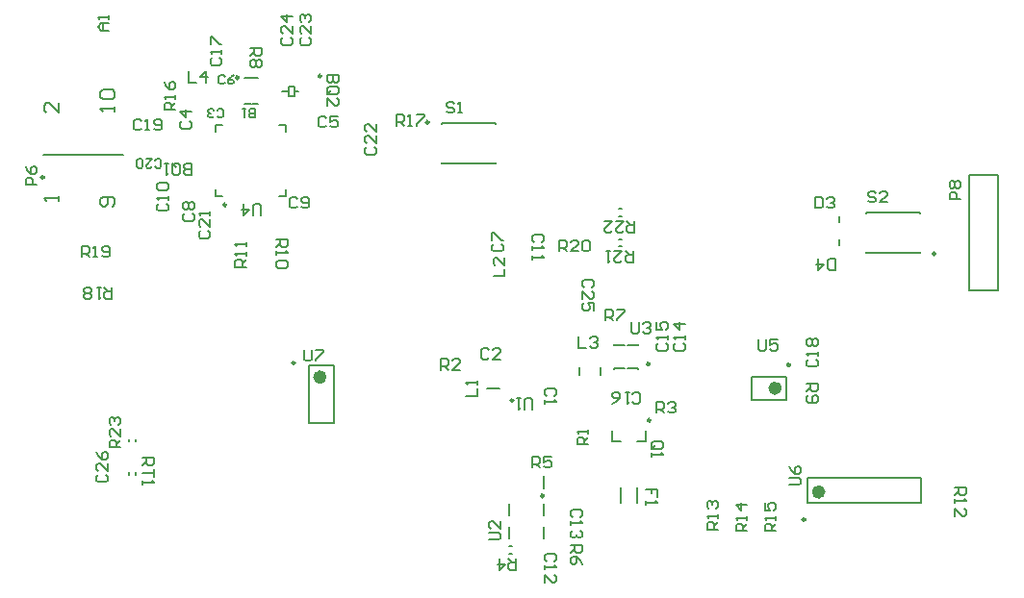
<source format=gto>
%FSLAX25Y25*%
%MOIN*%
G70*
G01*
G75*
G04 Layer_Color=65535*
%ADD10R,0.03150X0.05512*%
%ADD11R,0.02559X0.00984*%
%ADD12R,0.02362X0.04528*%
%ADD13O,0.07284X0.02362*%
%ADD14R,0.07874X0.03937*%
%ADD15R,0.17716X0.17716*%
%ADD16O,0.02559X0.00984*%
%ADD17O,0.00984X0.02559*%
%ADD18R,0.03543X0.02953*%
%ADD19R,0.05315X0.03740*%
%ADD20R,0.11811X0.00039*%
%ADD21R,0.01575X0.01575*%
%ADD22R,0.06102X0.02559*%
%ADD23O,0.00984X0.02362*%
%ADD24R,0.08268X0.05512*%
%ADD25O,0.01772X0.05118*%
%ADD26R,0.00984X0.01969*%
%ADD27R,0.05118X0.03937*%
%ADD28R,0.03937X0.03543*%
%ADD29R,0.03937X0.01378*%
%ADD30R,0.02953X0.09449*%
%ADD31O,0.02362X0.08071*%
%ADD32R,0.08071X0.03150*%
%ADD33R,0.03543X0.03150*%
%ADD34R,0.01969X0.02362*%
%ADD35R,0.03150X0.03543*%
%ADD36R,0.02362X0.01969*%
%ADD37R,0.03937X0.05118*%
%ADD38C,0.03937*%
%ADD39C,0.01000*%
%ADD40C,0.01969*%
%ADD41C,0.01181*%
%ADD42C,0.03150*%
%ADD43C,0.05906*%
%ADD44C,0.01575*%
%ADD45C,0.03937*%
%ADD46C,0.02362*%
%ADD47C,0.00787*%
G04:AMPARAMS|DCode=48|XSize=18.11mil|YSize=66.44mil|CornerRadius=0mil|HoleSize=0mil|Usage=FLASHONLY|Rotation=34.500|XOffset=0mil|YOffset=0mil|HoleType=Round|Shape=Rectangle|*
%AMROTATEDRECTD48*
4,1,4,0.01135,-0.03251,-0.02628,0.02225,-0.01135,0.03251,0.02628,-0.02225,0.01135,-0.03251,0.0*
%
%ADD48ROTATEDRECTD48*%

%ADD49R,0.01811X0.07992*%
%ADD50R,0.12598X0.05079*%
%ADD51R,0.12598X0.04764*%
%ADD52R,0.08583X0.15590*%
%ADD53R,1.00709X0.04764*%
%ADD54R,0.36142X0.03937*%
%ADD55R,0.19193X0.05079*%
%ADD56R,0.04724X0.03150*%
%ADD57R,0.03937X0.02913*%
%ADD58R,0.35500X0.02000*%
%ADD59R,0.12728X0.02500*%
%ADD60R,0.03032X0.06303*%
%ADD61R,0.05906X0.05906*%
%ADD62C,0.05906*%
%ADD63R,0.05906X0.05906*%
%ADD64C,0.11811*%
%ADD65C,0.06000*%
%ADD66C,0.02598*%
%ADD67C,0.03150*%
%ADD68C,0.07874*%
%ADD69C,0.00984*%
%ADD70C,0.00800*%
D46*
X334689Y279405D02*
G03*
X334689Y279405I-1181J0D01*
G01*
X492346Y275598D02*
G03*
X492346Y275598I-1181J0D01*
G01*
X507433Y239606D02*
G03*
X507433Y239606I-1181J0D01*
G01*
D47*
X443634Y290634D02*
Y290831D01*
X439894Y290634D02*
X443634D01*
X435366D02*
X439106D01*
X435366D02*
Y290831D01*
Y282169D02*
Y282366D01*
X439106D01*
X439894D02*
X443634D01*
Y282169D02*
Y282366D01*
X434594Y257244D02*
X437744D01*
X434594D02*
Y260787D01*
X443256Y257244D02*
X446406D01*
Y260787D01*
X329571Y263657D02*
X338429D01*
X329571Y283343D02*
X338429D01*
Y263657D02*
Y283343D01*
X329571Y263657D02*
Y283343D01*
X437646Y235941D02*
Y241059D01*
X443354Y235941D02*
Y241059D01*
X319441Y342295D02*
X321705D01*
Y344559D01*
Y364441D02*
Y366705D01*
X319441D02*
X321705D01*
X297295D02*
X299559D01*
X297295Y364441D02*
Y366705D01*
Y342295D02*
Y344559D01*
Y342295D02*
X299559D01*
X513500Y333100D02*
Y335265D01*
X375748Y353610D02*
Y353709D01*
Y353610D02*
X386083D01*
X383917D02*
X394252D01*
Y353709D01*
Y367291D02*
Y367390D01*
X383917D02*
X394252D01*
X375748D02*
X386083D01*
X375748Y367291D02*
Y367390D01*
X410906Y235405D02*
X411004D01*
X410906Y231567D02*
Y235405D01*
Y223594D02*
Y227433D01*
Y223594D02*
X411004D01*
X398996D02*
X399095D01*
Y227433D01*
Y231567D02*
Y235405D01*
X398996D02*
X399095D01*
X482898Y271465D02*
Y279535D01*
X495102Y271465D02*
Y279535D01*
X482898Y271465D02*
X495102D01*
X482898Y279535D02*
X495102D01*
X391335Y275500D02*
X395665D01*
X320449Y378402D02*
X320498Y378451D01*
X322713D01*
X324780Y378402D02*
X326157D01*
X322713Y376728D02*
X324681D01*
X322713D02*
Y380173D01*
X324681D01*
Y376728D02*
Y380173D01*
X307441Y383028D02*
X309705D01*
X309803Y383028D02*
X312067D01*
X309902Y374071D02*
X312165D01*
X307441Y374071D02*
X309705D01*
X237720Y356598D02*
X265280D01*
X237720Y356402D02*
X265280D01*
X237720D02*
Y356598D01*
X265280Y356402D02*
Y356598D01*
X541685Y235669D02*
Y244331D01*
X502315Y235669D02*
Y244331D01*
X541685D01*
X502315Y235669D02*
X541685D01*
X430642Y280122D02*
Y282878D01*
X423358Y280122D02*
Y282878D01*
X399106Y220681D02*
X399894D01*
X399106Y218319D02*
X399894D01*
X541252Y336291D02*
Y336390D01*
X530917D02*
X541252D01*
X522748D02*
X533083D01*
X522748Y336291D02*
Y336390D01*
Y322610D02*
Y322709D01*
Y322610D02*
X533083D01*
X530917D02*
X541252D01*
Y322709D01*
X267319Y245606D02*
Y246394D01*
X269681Y245606D02*
Y246394D01*
X269681Y257106D02*
Y257894D01*
X267319Y257106D02*
Y257894D01*
X437106Y337681D02*
X437894D01*
X437106Y335319D02*
X437894D01*
X437106Y327181D02*
X437894D01*
X437106Y324819D02*
X437894D01*
X411000Y240835D02*
Y245165D01*
X558500Y349500D02*
X568500D01*
Y309500D02*
Y349500D01*
X558500Y309500D02*
Y349500D01*
Y309500D02*
X568500D01*
X513500Y325100D02*
Y327265D01*
X441500Y298436D02*
Y295156D01*
X442156Y294500D01*
X443468D01*
X444124Y295156D01*
Y298436D01*
X445436Y297780D02*
X446092Y298436D01*
X447404D01*
X448060Y297780D01*
Y297124D01*
X447404Y296468D01*
X446748D01*
X447404D01*
X448060Y295812D01*
Y295156D01*
X447404Y294500D01*
X446092D01*
X445436Y295156D01*
X449156Y254376D02*
X451780D01*
X452436Y255032D01*
Y256344D01*
X451780Y257000D01*
X449156D01*
X448500Y256344D01*
Y255032D01*
X449812Y255688D02*
X448500Y254376D01*
Y255032D02*
X449156Y254376D01*
X448500Y253064D02*
Y251752D01*
Y252408D01*
X452436D01*
X451780Y253064D01*
X328000Y288936D02*
Y285656D01*
X328656Y285000D01*
X329968D01*
X330624Y285656D01*
Y288936D01*
X331936D02*
X334560D01*
Y288280D01*
X331936Y285656D01*
Y285000D01*
X450436Y237876D02*
Y240500D01*
X448468D01*
Y239188D01*
Y240500D01*
X446500D01*
Y236564D02*
Y235252D01*
Y235908D01*
X450436D01*
X449780Y236564D01*
X313000Y335564D02*
Y338844D01*
X312344Y339500D01*
X311032D01*
X310376Y338844D01*
Y335564D01*
X307096Y339500D02*
Y335564D01*
X309064Y337532D01*
X306440D01*
X505000Y341936D02*
Y338000D01*
X506968D01*
X507624Y338656D01*
Y341280D01*
X506968Y341936D01*
X505000D01*
X508936Y341280D02*
X509592Y341936D01*
X510904D01*
X511560Y341280D01*
Y340624D01*
X510904Y339968D01*
X510248D01*
X510904D01*
X511560Y339312D01*
Y338656D01*
X510904Y338000D01*
X509592D01*
X508936Y338656D01*
X289000Y349564D02*
Y353500D01*
X287032D01*
X286376Y352844D01*
Y352188D01*
X287032Y351532D01*
X289000D01*
X287032D01*
X286376Y350876D01*
Y350220D01*
X287032Y349564D01*
X289000D01*
X282440Y352844D02*
Y350220D01*
X283096Y349564D01*
X284408D01*
X285064Y350220D01*
Y352844D01*
X284408Y353500D01*
X283096D01*
X283752Y352188D02*
X282440Y353500D01*
X283096D02*
X282440Y352844D01*
X281129Y353500D02*
X279817D01*
X280473D01*
Y349564D01*
X281129Y350220D01*
X260500Y399500D02*
X257876D01*
X256564Y400812D01*
X257876Y402124D01*
X260500D01*
X258532D01*
Y399500D01*
X260500Y403436D02*
Y404748D01*
Y404092D01*
X256564D01*
X257220Y403436D01*
X380124Y374280D02*
X379468Y374936D01*
X378156D01*
X377500Y374280D01*
Y373624D01*
X378156Y372968D01*
X379468D01*
X380124Y372312D01*
Y371656D01*
X379468Y371000D01*
X378156D01*
X377500Y371656D01*
X381436Y371000D02*
X382748D01*
X382092D01*
Y374936D01*
X381436Y374280D01*
X392064Y223000D02*
X395344D01*
X396000Y223656D01*
Y224968D01*
X395344Y225624D01*
X392064D01*
X396000Y229560D02*
Y226936D01*
X393376Y229560D01*
X392720D01*
X392064Y228904D01*
Y227592D01*
X392720Y226936D01*
X485500Y292436D02*
Y289156D01*
X486156Y288500D01*
X487468D01*
X488124Y289156D01*
Y292436D01*
X492060D02*
X489436D01*
Y290468D01*
X490748Y291124D01*
X491404D01*
X492060Y290468D01*
Y289156D01*
X491404Y288500D01*
X490092D01*
X489436Y289156D01*
X407000Y268064D02*
Y271344D01*
X406344Y272000D01*
X405032D01*
X404376Y271344D01*
Y268064D01*
X403064Y272000D02*
X401752D01*
X402408D01*
Y268064D01*
X403064Y268720D01*
X384064Y272835D02*
X388000D01*
Y275459D01*
Y276770D02*
Y278082D01*
Y277426D01*
X384064D01*
X384720Y276770D01*
X339936Y384000D02*
X336000D01*
Y382032D01*
X336656Y381376D01*
X337312D01*
X337968Y382032D01*
Y384000D01*
Y382032D01*
X338624Y381376D01*
X339280D01*
X339936Y382032D01*
Y384000D01*
X336656Y377440D02*
X339280D01*
X339936Y378096D01*
Y379408D01*
X339280Y380064D01*
X336656D01*
X336000Y379408D01*
Y378096D01*
X337312Y378752D02*
X336000Y377440D01*
Y378096D02*
X336656Y377440D01*
X336000Y373505D02*
Y376129D01*
X338624Y373505D01*
X339280D01*
X339936Y374161D01*
Y375473D01*
X339280Y376129D01*
X311000Y369351D02*
Y372500D01*
X309426D01*
X308901Y371975D01*
Y371450D01*
X309426Y370926D01*
X311000D01*
X309426D01*
X308901Y370401D01*
Y369876D01*
X309426Y369351D01*
X311000D01*
X307851Y372500D02*
X306802D01*
X307327D01*
Y369351D01*
X307851Y369876D01*
X235500Y346000D02*
X231564D01*
Y347968D01*
X232220Y348624D01*
X233532D01*
X234188Y347968D01*
Y346000D01*
X231564Y352560D02*
X232220Y351248D01*
X233532Y349936D01*
X234844D01*
X235500Y350592D01*
Y351904D01*
X234844Y352560D01*
X234188D01*
X233532Y351904D01*
Y349936D01*
X496064Y242000D02*
X499344D01*
X500000Y242656D01*
Y243968D01*
X499344Y244624D01*
X496064D01*
Y248560D02*
X496720Y247248D01*
X498032Y245936D01*
X499344D01*
X500000Y246592D01*
Y247904D01*
X499344Y248560D01*
X498688D01*
X498032Y247904D01*
Y245936D01*
X423000Y293436D02*
Y289500D01*
X425624D01*
X426936Y292780D02*
X427592Y293436D01*
X428904D01*
X429560Y292780D01*
Y292124D01*
X428904Y291468D01*
X428248D01*
X428904D01*
X429560Y290812D01*
Y290156D01*
X428904Y289500D01*
X427592D01*
X426936Y290156D01*
X401500Y216500D02*
Y212564D01*
X399532D01*
X398876Y213220D01*
Y214532D01*
X399532Y215188D01*
X401500D01*
X400188D02*
X398876Y216500D01*
X395596D02*
Y212564D01*
X397564Y214532D01*
X394940D01*
X414780Y272711D02*
X415436Y273367D01*
Y274679D01*
X414780Y275335D01*
X412156D01*
X411500Y274679D01*
Y273367D01*
X412156Y272711D01*
X411500Y271399D02*
Y270087D01*
Y270743D01*
X415436D01*
X414780Y271399D01*
X526124Y343280D02*
X525468Y343936D01*
X524156D01*
X523500Y343280D01*
Y342624D01*
X524156Y341968D01*
X525468D01*
X526124Y341312D01*
Y340656D01*
X525468Y340000D01*
X524156D01*
X523500Y340656D01*
X530060Y340000D02*
X527436D01*
X530060Y342624D01*
Y343280D01*
X529404Y343936D01*
X528092D01*
X527436Y343280D01*
X272000Y251500D02*
X275936D01*
Y249532D01*
X275280Y248876D01*
X273968D01*
X273312Y249532D01*
Y251500D01*
Y250188D02*
X272000Y248876D01*
X275936Y247564D02*
Y244940D01*
Y246252D01*
X272000D01*
Y243629D02*
Y242317D01*
Y242973D01*
X275936D01*
X275280Y243629D01*
X264500Y255000D02*
X260564D01*
Y256968D01*
X261220Y257624D01*
X262532D01*
X263188Y256968D01*
Y255000D01*
Y256312D02*
X264500Y257624D01*
Y261560D02*
Y258936D01*
X261876Y261560D01*
X261220D01*
X260564Y260904D01*
Y259592D01*
X261220Y258936D01*
Y262872D02*
X260564Y263527D01*
Y264839D01*
X261220Y265495D01*
X261876D01*
X262532Y264839D01*
Y264183D01*
Y264839D01*
X263188Y265495D01*
X263844D01*
X264500Y264839D01*
Y263527D01*
X263844Y262872D01*
X442500Y333500D02*
Y329564D01*
X440532D01*
X439876Y330220D01*
Y331532D01*
X440532Y332188D01*
X442500D01*
X441188D02*
X439876Y333500D01*
X435940D02*
X438564D01*
X435940Y330876D01*
Y330220D01*
X436596Y329564D01*
X437908D01*
X438564Y330220D01*
X432005Y333500D02*
X434628D01*
X432005Y330876D01*
Y330220D01*
X432661Y329564D01*
X433973D01*
X434628Y330220D01*
X442000Y323000D02*
Y319064D01*
X440032D01*
X439376Y319720D01*
Y321032D01*
X440032Y321688D01*
X442000D01*
X440688D02*
X439376Y323000D01*
X435440D02*
X438064D01*
X435440Y320376D01*
Y319720D01*
X436096Y319064D01*
X437408D01*
X438064Y319720D01*
X434129Y323000D02*
X432817D01*
X433473D01*
Y319064D01*
X434129Y319720D01*
X416500Y323000D02*
Y326936D01*
X418468D01*
X419124Y326280D01*
Y324968D01*
X418468Y324312D01*
X416500D01*
X417812D02*
X419124Y323000D01*
X423060D02*
X420436D01*
X423060Y325624D01*
Y326280D01*
X422404Y326936D01*
X421092D01*
X420436Y326280D01*
X424371D02*
X425027Y326936D01*
X426339D01*
X426995Y326280D01*
Y323656D01*
X426339Y323000D01*
X425027D01*
X424371Y323656D01*
Y326280D01*
X251000Y321000D02*
Y324936D01*
X252968D01*
X253624Y324280D01*
Y322968D01*
X252968Y322312D01*
X251000D01*
X252312D02*
X253624Y321000D01*
X254936D02*
X256248D01*
X255592D01*
Y324936D01*
X254936Y324280D01*
X258215Y321656D02*
X258872Y321000D01*
X260183D01*
X260839Y321656D01*
Y324280D01*
X260183Y324936D01*
X258872D01*
X258215Y324280D01*
Y323624D01*
X258872Y322968D01*
X260839D01*
X261500Y310500D02*
Y306564D01*
X259532D01*
X258876Y307220D01*
Y308532D01*
X259532Y309188D01*
X261500D01*
X260188D02*
X258876Y310500D01*
X257564D02*
X256252D01*
X256908D01*
Y306564D01*
X257564Y307220D01*
X254285D02*
X253628Y306564D01*
X252317D01*
X251661Y307220D01*
Y307876D01*
X252317Y308532D01*
X251661Y309188D01*
Y309844D01*
X252317Y310500D01*
X253628D01*
X254285Y309844D01*
Y309188D01*
X253628Y308532D01*
X254285Y307876D01*
Y307220D01*
X253628Y308532D02*
X252317D01*
X360000Y366500D02*
Y370436D01*
X361968D01*
X362624Y369780D01*
Y368468D01*
X361968Y367812D01*
X360000D01*
X361312D02*
X362624Y366500D01*
X363936D02*
X365248D01*
X364592D01*
Y370436D01*
X363936Y369780D01*
X367215Y370436D02*
X369839D01*
Y369780D01*
X367215Y367156D01*
Y366500D01*
X283500Y372000D02*
X279564D01*
Y373968D01*
X280220Y374624D01*
X281532D01*
X282188Y373968D01*
Y372000D01*
Y373312D02*
X283500Y374624D01*
Y375936D02*
Y377248D01*
Y376592D01*
X279564D01*
X280220Y375936D01*
X279564Y381839D02*
X280220Y380527D01*
X281532Y379216D01*
X282844D01*
X283500Y379872D01*
Y381183D01*
X282844Y381839D01*
X282188D01*
X281532Y381183D01*
Y379216D01*
X491500Y226000D02*
X487564D01*
Y227968D01*
X488220Y228624D01*
X489532D01*
X490188Y227968D01*
Y226000D01*
Y227312D02*
X491500Y228624D01*
Y229936D02*
Y231248D01*
Y230592D01*
X487564D01*
X488220Y229936D01*
X487564Y235839D02*
Y233215D01*
X489532D01*
X488876Y234527D01*
Y235183D01*
X489532Y235839D01*
X490844D01*
X491500Y235183D01*
Y233872D01*
X490844Y233215D01*
X481500Y226000D02*
X477564D01*
Y227968D01*
X478220Y228624D01*
X479532D01*
X480188Y227968D01*
Y226000D01*
Y227312D02*
X481500Y228624D01*
Y229936D02*
Y231248D01*
Y230592D01*
X477564D01*
X478220Y229936D01*
X481500Y235183D02*
X477564D01*
X479532Y233215D01*
Y235839D01*
X471500Y226500D02*
X467564D01*
Y228468D01*
X468220Y229124D01*
X469532D01*
X470188Y228468D01*
Y226500D01*
Y227812D02*
X471500Y229124D01*
Y230436D02*
Y231748D01*
Y231092D01*
X467564D01*
X468220Y230436D01*
Y233716D02*
X467564Y234371D01*
Y235683D01*
X468220Y236339D01*
X468876D01*
X469532Y235683D01*
Y235027D01*
Y235683D01*
X470188Y236339D01*
X470844D01*
X471500Y235683D01*
Y234371D01*
X470844Y233716D01*
X553500Y241000D02*
X557436D01*
Y239032D01*
X556780Y238376D01*
X555468D01*
X554812Y239032D01*
Y241000D01*
Y239688D02*
X553500Y238376D01*
Y237064D02*
Y235752D01*
Y236408D01*
X557436D01*
X556780Y237064D01*
X553500Y231161D02*
Y233785D01*
X556124Y231161D01*
X556780D01*
X557436Y231817D01*
Y233128D01*
X556780Y233785D01*
X308000Y317500D02*
X304064D01*
Y319468D01*
X304720Y320124D01*
X306032D01*
X306688Y319468D01*
Y317500D01*
Y318812D02*
X308000Y320124D01*
Y321436D02*
Y322748D01*
Y322092D01*
X304064D01*
X304720Y321436D01*
X308000Y324715D02*
Y326027D01*
Y325372D01*
X304064D01*
X304720Y324715D01*
X318500Y327000D02*
X322436D01*
Y325032D01*
X321780Y324376D01*
X320468D01*
X319812Y325032D01*
Y327000D01*
Y325688D02*
X318500Y324376D01*
Y323064D02*
Y321752D01*
Y322408D01*
X322436D01*
X321780Y323064D01*
Y319784D02*
X322436Y319128D01*
Y317817D01*
X321780Y317161D01*
X319156D01*
X318500Y317817D01*
Y319128D01*
X319156Y319784D01*
X321780D01*
X502000Y277000D02*
X505936D01*
Y275032D01*
X505280Y274376D01*
X503968D01*
X503312Y275032D01*
Y277000D01*
Y275688D02*
X502000Y274376D01*
X502656Y273064D02*
X502000Y272408D01*
Y271096D01*
X502656Y270440D01*
X505280D01*
X505936Y271096D01*
Y272408D01*
X505280Y273064D01*
X504624D01*
X503968Y272408D01*
Y270440D01*
X309500Y393500D02*
X313436D01*
Y391532D01*
X312780Y390876D01*
X311468D01*
X310812Y391532D01*
Y393500D01*
Y392188D02*
X309500Y390876D01*
X312780Y389564D02*
X313436Y388908D01*
Y387596D01*
X312780Y386940D01*
X312124D01*
X311468Y387596D01*
X310812Y386940D01*
X310156D01*
X309500Y387596D01*
Y388908D01*
X310156Y389564D01*
X310812D01*
X311468Y388908D01*
X312124Y389564D01*
X312780D01*
X311468Y388908D02*
Y387596D01*
X432500Y299000D02*
Y302936D01*
X434468D01*
X435124Y302280D01*
Y300968D01*
X434468Y300312D01*
X432500D01*
X433812D02*
X435124Y299000D01*
X436436Y302936D02*
X439060D01*
Y302280D01*
X436436Y299656D01*
Y299000D01*
X420500Y221000D02*
X424436D01*
Y219032D01*
X423780Y218376D01*
X422468D01*
X421812Y219032D01*
Y221000D01*
Y219688D02*
X420500Y218376D01*
X424436Y214440D02*
X423780Y215752D01*
X422468Y217064D01*
X421156D01*
X420500Y216408D01*
Y215096D01*
X421156Y214440D01*
X421812D01*
X422468Y215096D01*
Y217064D01*
X407000Y248000D02*
Y251936D01*
X408968D01*
X409624Y251280D01*
Y249968D01*
X408968Y249312D01*
X407000D01*
X408312D02*
X409624Y248000D01*
X413560Y251936D02*
X410936D01*
Y249968D01*
X412248Y250624D01*
X412904D01*
X413560Y249968D01*
Y248656D01*
X412904Y248000D01*
X411592D01*
X410936Y248656D01*
X450000Y267000D02*
Y270936D01*
X451968D01*
X452624Y270280D01*
Y268968D01*
X451968Y268312D01*
X450000D01*
X451312D02*
X452624Y267000D01*
X453936Y270280D02*
X454592Y270936D01*
X455904D01*
X456560Y270280D01*
Y269624D01*
X455904Y268968D01*
X455248D01*
X455904D01*
X456560Y268312D01*
Y267656D01*
X455904Y267000D01*
X454592D01*
X453936Y267656D01*
X375500Y281835D02*
Y285770D01*
X377468D01*
X378124Y285114D01*
Y283803D01*
X377468Y283147D01*
X375500D01*
X376812D02*
X378124Y281835D01*
X382060D02*
X379436D01*
X382060Y284458D01*
Y285114D01*
X381404Y285770D01*
X380092D01*
X379436Y285114D01*
X426500Y256000D02*
X422564D01*
Y257968D01*
X423220Y258624D01*
X424532D01*
X425188Y257968D01*
Y256000D01*
Y257312D02*
X426500Y258624D01*
Y259936D02*
Y261248D01*
Y260592D01*
X422564D01*
X423220Y259936D01*
X555500Y341000D02*
X551564D01*
Y342968D01*
X552220Y343624D01*
X553532D01*
X554188Y342968D01*
Y341000D01*
X552220Y344936D02*
X551564Y345592D01*
Y346904D01*
X552220Y347560D01*
X552876D01*
X553532Y346904D01*
X554188Y347560D01*
X554844D01*
X555500Y346904D01*
Y345592D01*
X554844Y344936D01*
X554188D01*
X553532Y345592D01*
X552876Y344936D01*
X552220D01*
X553532Y345592D02*
Y346904D01*
X288000Y385436D02*
Y381500D01*
X290624D01*
X293904D02*
Y385436D01*
X291936Y383468D01*
X294560D01*
X393564Y314335D02*
X397500D01*
Y316958D01*
Y320894D02*
Y318270D01*
X394876Y320894D01*
X394220D01*
X393564Y320238D01*
Y318926D01*
X394220Y318270D01*
X512000Y316564D02*
Y320500D01*
X510032D01*
X509376Y319844D01*
Y317220D01*
X510032Y316564D01*
X512000D01*
X506096Y320500D02*
Y316564D01*
X508064Y318532D01*
X505440D01*
X256720Y245624D02*
X256064Y244968D01*
Y243656D01*
X256720Y243000D01*
X259344D01*
X260000Y243656D01*
Y244968D01*
X259344Y245624D01*
X260000Y249560D02*
Y246936D01*
X257376Y249560D01*
X256720D01*
X256064Y248904D01*
Y247592D01*
X256720Y246936D01*
X256064Y253495D02*
X256720Y252183D01*
X258032Y250871D01*
X259344D01*
X260000Y251527D01*
Y252839D01*
X259344Y253495D01*
X258688D01*
X258032Y252839D01*
Y250871D01*
X427780Y310376D02*
X428436Y311032D01*
Y312344D01*
X427780Y313000D01*
X425156D01*
X424500Y312344D01*
Y311032D01*
X425156Y310376D01*
X424500Y306440D02*
Y309064D01*
X427124Y306440D01*
X427780D01*
X428436Y307096D01*
Y308408D01*
X427780Y309064D01*
X428436Y302505D02*
Y305129D01*
X426468D01*
X427124Y303817D01*
Y303161D01*
X426468Y302505D01*
X425156D01*
X424500Y303161D01*
Y304473D01*
X425156Y305129D01*
X320720Y397124D02*
X320064Y396468D01*
Y395156D01*
X320720Y394500D01*
X323344D01*
X324000Y395156D01*
Y396468D01*
X323344Y397124D01*
X324000Y401060D02*
Y398436D01*
X321376Y401060D01*
X320720D01*
X320064Y400404D01*
Y399092D01*
X320720Y398436D01*
X324000Y404339D02*
X320064D01*
X322032Y402372D01*
Y404995D01*
X327220Y397124D02*
X326564Y396468D01*
Y395156D01*
X327220Y394500D01*
X329844D01*
X330500Y395156D01*
Y396468D01*
X329844Y397124D01*
X330500Y401060D02*
Y398436D01*
X327876Y401060D01*
X327220D01*
X326564Y400404D01*
Y399092D01*
X327220Y398436D01*
Y402372D02*
X326564Y403027D01*
Y404339D01*
X327220Y404995D01*
X327876D01*
X328532Y404339D01*
Y403683D01*
Y404339D01*
X329188Y404995D01*
X329844D01*
X330500Y404339D01*
Y403027D01*
X329844Y402372D01*
X349720Y359124D02*
X349064Y358468D01*
Y357156D01*
X349720Y356500D01*
X352344D01*
X353000Y357156D01*
Y358468D01*
X352344Y359124D01*
X353000Y363060D02*
Y360436D01*
X350376Y363060D01*
X349720D01*
X349064Y362404D01*
Y361092D01*
X349720Y360436D01*
X353000Y366995D02*
Y364371D01*
X350376Y366995D01*
X349720D01*
X349064Y366339D01*
Y365027D01*
X349720Y364371D01*
X292220Y330124D02*
X291564Y329468D01*
Y328156D01*
X292220Y327500D01*
X294844D01*
X295500Y328156D01*
Y329468D01*
X294844Y330124D01*
X295500Y334060D02*
Y331436D01*
X292876Y334060D01*
X292220D01*
X291564Y333404D01*
Y332092D01*
X292220Y331436D01*
X295500Y335371D02*
Y336683D01*
Y336027D01*
X291564D01*
X292220Y335371D01*
X276401Y352376D02*
X276926Y351851D01*
X277975D01*
X278500Y352376D01*
Y354475D01*
X277975Y355000D01*
X276926D01*
X276401Y354475D01*
X273252Y355000D02*
X275351D01*
X273252Y352901D01*
Y352376D01*
X273777Y351851D01*
X274827D01*
X275351Y352376D01*
X272203D02*
X271678Y351851D01*
X270628D01*
X270104Y352376D01*
Y354475D01*
X270628Y355000D01*
X271678D01*
X272203Y354475D01*
Y352376D01*
X271624Y368280D02*
X270968Y368936D01*
X269656D01*
X269000Y368280D01*
Y365656D01*
X269656Y365000D01*
X270968D01*
X271624Y365656D01*
X272936Y365000D02*
X274248D01*
X273592D01*
Y368936D01*
X272936Y368280D01*
X276216Y365656D02*
X276871Y365000D01*
X278183D01*
X278839Y365656D01*
Y368280D01*
X278183Y368936D01*
X276871D01*
X276216Y368280D01*
Y367624D01*
X276871Y366968D01*
X278839D01*
X502720Y285624D02*
X502064Y284968D01*
Y283656D01*
X502720Y283000D01*
X505344D01*
X506000Y283656D01*
Y284968D01*
X505344Y285624D01*
X506000Y286936D02*
Y288248D01*
Y287592D01*
X502064D01*
X502720Y286936D01*
Y290215D02*
X502064Y290872D01*
Y292183D01*
X502720Y292839D01*
X503376D01*
X504032Y292183D01*
X504688Y292839D01*
X505344D01*
X506000Y292183D01*
Y290872D01*
X505344Y290215D01*
X504688D01*
X504032Y290872D01*
X503376Y290215D01*
X502720D01*
X504032Y290872D02*
Y292183D01*
X296220Y390124D02*
X295564Y389468D01*
Y388156D01*
X296220Y387500D01*
X298844D01*
X299500Y388156D01*
Y389468D01*
X298844Y390124D01*
X299500Y391436D02*
Y392748D01*
Y392092D01*
X295564D01*
X296220Y391436D01*
X295564Y394715D02*
Y397339D01*
X296220D01*
X298844Y394715D01*
X299500D01*
X441876Y270720D02*
X442532Y270064D01*
X443844D01*
X444500Y270720D01*
Y273344D01*
X443844Y274000D01*
X442532D01*
X441876Y273344D01*
X440564Y274000D02*
X439252D01*
X439908D01*
Y270064D01*
X440564Y270720D01*
X434661Y270064D02*
X435973Y270720D01*
X437285Y272032D01*
Y273344D01*
X436628Y274000D01*
X435317D01*
X434661Y273344D01*
Y272688D01*
X435317Y272032D01*
X437285D01*
X450720Y291124D02*
X450064Y290468D01*
Y289156D01*
X450720Y288500D01*
X453344D01*
X454000Y289156D01*
Y290468D01*
X453344Y291124D01*
X454000Y292436D02*
Y293748D01*
Y293092D01*
X450064D01*
X450720Y292436D01*
X450064Y298339D02*
Y295715D01*
X452032D01*
X451376Y297027D01*
Y297683D01*
X452032Y298339D01*
X453344D01*
X454000Y297683D01*
Y296372D01*
X453344Y295715D01*
X456720Y291124D02*
X456064Y290468D01*
Y289156D01*
X456720Y288500D01*
X459344D01*
X460000Y289156D01*
Y290468D01*
X459344Y291124D01*
X460000Y292436D02*
Y293748D01*
Y293092D01*
X456064D01*
X456720Y292436D01*
X460000Y297683D02*
X456064D01*
X458032Y295715D01*
Y298339D01*
X423780Y230876D02*
X424436Y231532D01*
Y232844D01*
X423780Y233500D01*
X421156D01*
X420500Y232844D01*
Y231532D01*
X421156Y230876D01*
X420500Y229564D02*
Y228252D01*
Y228908D01*
X424436D01*
X423780Y229564D01*
Y226285D02*
X424436Y225628D01*
Y224317D01*
X423780Y223661D01*
X423124D01*
X422468Y224317D01*
Y224973D01*
Y224317D01*
X421812Y223661D01*
X421156D01*
X420500Y224317D01*
Y225628D01*
X421156Y226285D01*
X414780Y215376D02*
X415436Y216032D01*
Y217344D01*
X414780Y218000D01*
X412156D01*
X411500Y217344D01*
Y216032D01*
X412156Y215376D01*
X411500Y214064D02*
Y212752D01*
Y213408D01*
X415436D01*
X414780Y214064D01*
X411500Y208161D02*
Y210785D01*
X414124Y208161D01*
X414780D01*
X415436Y208817D01*
Y210128D01*
X414780Y210785D01*
X410339Y326125D02*
X410995Y326781D01*
Y328093D01*
X410339Y328749D01*
X407715D01*
X407059Y328093D01*
Y326781D01*
X407715Y326125D01*
X407059Y324813D02*
Y323501D01*
Y324157D01*
X410995D01*
X410339Y324813D01*
X407059Y321533D02*
Y320221D01*
Y320877D01*
X410995D01*
X410339Y321533D01*
X277720Y339624D02*
X277064Y338968D01*
Y337656D01*
X277720Y337000D01*
X280344D01*
X281000Y337656D01*
Y338968D01*
X280344Y339624D01*
X281000Y340936D02*
Y342248D01*
Y341592D01*
X277064D01*
X277720Y340936D01*
Y344215D02*
X277064Y344871D01*
Y346183D01*
X277720Y346839D01*
X280344D01*
X281000Y346183D01*
Y344871D01*
X280344Y344215D01*
X277720D01*
X325624Y341280D02*
X324968Y341936D01*
X323656D01*
X323000Y341280D01*
Y338656D01*
X323656Y338000D01*
X324968D01*
X325624Y338656D01*
X326936D02*
X327592Y338000D01*
X328904D01*
X329560Y338656D01*
Y341280D01*
X328904Y341936D01*
X327592D01*
X326936Y341280D01*
Y340624D01*
X327592Y339968D01*
X329560D01*
X286720Y336124D02*
X286064Y335468D01*
Y334156D01*
X286720Y333500D01*
X289344D01*
X290000Y334156D01*
Y335468D01*
X289344Y336124D01*
X286720Y337436D02*
X286064Y338092D01*
Y339404D01*
X286720Y340060D01*
X287376D01*
X288032Y339404D01*
X288688Y340060D01*
X289344D01*
X290000Y339404D01*
Y338092D01*
X289344Y337436D01*
X288688D01*
X288032Y338092D01*
X287376Y337436D01*
X286720D01*
X288032Y338092D02*
Y339404D01*
X393720Y325624D02*
X393064Y324968D01*
Y323656D01*
X393720Y323000D01*
X396344D01*
X397000Y323656D01*
Y324968D01*
X396344Y325624D01*
X393064Y326936D02*
Y329560D01*
X393720D01*
X396344Y326936D01*
X397000D01*
X300599Y383624D02*
X300074Y384149D01*
X299025D01*
X298500Y383624D01*
Y381525D01*
X299025Y381000D01*
X300074D01*
X300599Y381525D01*
X303748Y384149D02*
X302698Y383624D01*
X301649Y382574D01*
Y381525D01*
X302173Y381000D01*
X303223D01*
X303748Y381525D01*
Y382049D01*
X303223Y382574D01*
X301649D01*
X335624Y369280D02*
X334968Y369936D01*
X333656D01*
X333000Y369280D01*
Y366656D01*
X333656Y366000D01*
X334968D01*
X335624Y366656D01*
X339560Y369936D02*
X336936D01*
Y367968D01*
X338248Y368624D01*
X338904D01*
X339560Y367968D01*
Y366656D01*
X338904Y366000D01*
X337592D01*
X336936Y366656D01*
X285720Y368124D02*
X285064Y367468D01*
Y366156D01*
X285720Y365500D01*
X288344D01*
X289000Y366156D01*
Y367468D01*
X288344Y368124D01*
X289000Y371404D02*
X285064D01*
X287032Y369436D01*
Y372060D01*
X297901Y369876D02*
X298426Y369351D01*
X299475D01*
X300000Y369876D01*
Y371975D01*
X299475Y372500D01*
X298426D01*
X297901Y371975D01*
X296851Y369876D02*
X296327Y369351D01*
X295277D01*
X294752Y369876D01*
Y370401D01*
X295277Y370926D01*
X295802D01*
X295277D01*
X294752Y371450D01*
Y371975D01*
X295277Y372500D01*
X296327D01*
X296851Y371975D01*
X392124Y288780D02*
X391468Y289436D01*
X390156D01*
X389500Y288780D01*
Y286156D01*
X390156Y285500D01*
X391468D01*
X392124Y286156D01*
X396060Y285500D02*
X393436D01*
X396060Y288124D01*
Y288780D01*
X395404Y289436D01*
X394092D01*
X393436Y288780D01*
D69*
X447669Y283941D02*
G03*
X447669Y283941I-492J0D01*
G01*
X448079Y264429D02*
G03*
X448079Y264429I-492J0D01*
G01*
X324847Y284347D02*
G03*
X324847Y284347I-492J0D01*
G01*
X301134Y339146D02*
G03*
X301134Y339146I-492J0D01*
G01*
X371220Y367783D02*
G03*
X371220Y367783I-492J0D01*
G01*
X411004Y238260D02*
G03*
X411004Y238260I-492J0D01*
G01*
X496382Y283669D02*
G03*
X496382Y283669I-492J0D01*
G01*
X400524Y271350D02*
G03*
X400524Y271350I-492J0D01*
G01*
X334032Y383815D02*
G03*
X334032Y383815I-492J0D01*
G01*
X305374Y383224D02*
G03*
X305374Y383224I-492J0D01*
G01*
X237957Y348626D02*
G03*
X237957Y348626I-492J0D01*
G01*
X501646Y230059D02*
G03*
X501646Y230059I-492J0D01*
G01*
X546764Y322217D02*
G03*
X546764Y322217I-492J0D01*
G01*
D70*
X243000Y374332D02*
Y371000D01*
X239668Y374332D01*
X238835D01*
X238002Y373499D01*
Y371833D01*
X238835Y371000D01*
X243000Y340500D02*
Y342166D01*
Y341333D01*
X238002D01*
X238835Y340500D01*
X261667Y338500D02*
X262500Y339333D01*
Y340999D01*
X261667Y341832D01*
X258335D01*
X257502Y340999D01*
Y339333D01*
X258335Y338500D01*
X259168D01*
X260001Y339333D01*
Y341832D01*
X262500Y371500D02*
Y373166D01*
Y372333D01*
X257502D01*
X258335Y371500D01*
Y375665D02*
X257502Y376498D01*
Y378165D01*
X258335Y378998D01*
X261667D01*
X262500Y378165D01*
Y376498D01*
X261667Y375665D01*
X258335D01*
M02*

</source>
